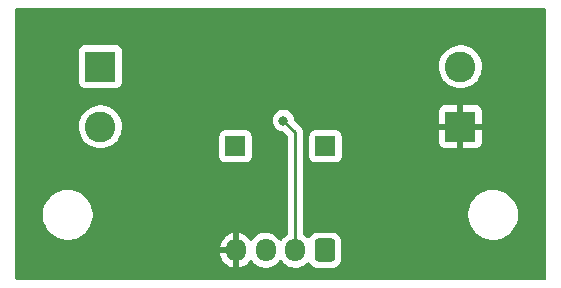
<source format=gbr>
%TF.GenerationSoftware,KiCad,Pcbnew,(6.0.0)*%
%TF.CreationDate,2022-12-15T23:32:01-05:00*%
%TF.ProjectId,FanExpander,46616e45-7870-4616-9e64-65722e6b6963,rev?*%
%TF.SameCoordinates,Original*%
%TF.FileFunction,Copper,L2,Bot*%
%TF.FilePolarity,Positive*%
%FSLAX46Y46*%
G04 Gerber Fmt 4.6, Leading zero omitted, Abs format (unit mm)*
G04 Created by KiCad (PCBNEW (6.0.0)) date 2022-12-15 23:32:01*
%MOMM*%
%LPD*%
G01*
G04 APERTURE LIST*
G04 Aperture macros list*
%AMRoundRect*
0 Rectangle with rounded corners*
0 $1 Rounding radius*
0 $2 $3 $4 $5 $6 $7 $8 $9 X,Y pos of 4 corners*
0 Add a 4 corners polygon primitive as box body*
4,1,4,$2,$3,$4,$5,$6,$7,$8,$9,$2,$3,0*
0 Add four circle primitives for the rounded corners*
1,1,$1+$1,$2,$3*
1,1,$1+$1,$4,$5*
1,1,$1+$1,$6,$7*
1,1,$1+$1,$8,$9*
0 Add four rect primitives between the rounded corners*
20,1,$1+$1,$2,$3,$4,$5,0*
20,1,$1+$1,$4,$5,$6,$7,0*
20,1,$1+$1,$6,$7,$8,$9,0*
20,1,$1+$1,$8,$9,$2,$3,0*%
G04 Aperture macros list end*
%TA.AperFunction,ComponentPad*%
%ADD10R,2.600000X2.600000*%
%TD*%
%TA.AperFunction,ComponentPad*%
%ADD11C,2.600000*%
%TD*%
%TA.AperFunction,ComponentPad*%
%ADD12R,1.700000X1.700000*%
%TD*%
%TA.AperFunction,ComponentPad*%
%ADD13RoundRect,0.250000X0.600000X0.725000X-0.600000X0.725000X-0.600000X-0.725000X0.600000X-0.725000X0*%
%TD*%
%TA.AperFunction,ComponentPad*%
%ADD14O,1.700000X1.950000*%
%TD*%
%TA.AperFunction,ViaPad*%
%ADD15C,0.800000*%
%TD*%
%TA.AperFunction,Conductor*%
%ADD16C,0.250000*%
%TD*%
G04 APERTURE END LIST*
D10*
%TO.P,J3,1,Pin_1*%
%TO.N,GND*%
X115240000Y-102540000D03*
D11*
%TO.P,J3,2,Pin_2*%
%TO.N,/Vfan*%
X115240000Y-97460000D03*
%TD*%
D10*
%TO.P,J2,1,Pin_1*%
%TO.N,/Vfan*%
X84760000Y-97460000D03*
D11*
%TO.P,J2,2,Pin_2*%
%TO.N,FanGround*%
X84760000Y-102540000D03*
%TD*%
D12*
%TO.P,J5,1,Pin_1*%
%TO.N,Net-(C3-Pad2)*%
X103810000Y-104191000D03*
%TD*%
D13*
%TO.P,J1,1,Pin_1*%
%TO.N,+3V3*%
X103750000Y-113000000D03*
D14*
%TO.P,J1,2,Pin_2*%
%TO.N,FanEn*%
X101250000Y-113000000D03*
%TO.P,J1,3,Pin_3*%
%TO.N,~{FAIL} Out*%
X98750000Y-113000000D03*
%TO.P,J1,4,Pin_4*%
%TO.N,GND*%
X96250000Y-113000000D03*
%TD*%
D12*
%TO.P,J4,1,Pin_1*%
%TO.N,Net-(C3-Pad1)*%
X96190000Y-104191000D03*
%TD*%
D15*
%TO.N,GND*%
X100000000Y-100000000D03*
X91110000Y-98095000D03*
X109144000Y-105588000D03*
%TO.N,FanEn*%
X100254000Y-102032000D03*
%TD*%
D16*
%TO.N,FanEn*%
X101250000Y-103000000D02*
X101250000Y-113000000D01*
X100254000Y-102032000D02*
X101250000Y-103028000D01*
%TD*%
%TA.AperFunction,Conductor*%
%TO.N,GND*%
G36*
X122434121Y-92528002D02*
G01*
X122480614Y-92581658D01*
X122492000Y-92634000D01*
X122492000Y-115366000D01*
X122471998Y-115434121D01*
X122418342Y-115480614D01*
X122366000Y-115492000D01*
X77634000Y-115492000D01*
X77565879Y-115471998D01*
X77519386Y-115418342D01*
X77508000Y-115366000D01*
X77508000Y-113270193D01*
X94899410Y-113270193D01*
X94906124Y-113349325D01*
X94907914Y-113359797D01*
X94963130Y-113572535D01*
X94966665Y-113582575D01*
X95056937Y-113782970D01*
X95062106Y-113792256D01*
X95184850Y-113974575D01*
X95191519Y-113982870D01*
X95343228Y-114141900D01*
X95351186Y-114148941D01*
X95527525Y-114280141D01*
X95536562Y-114285745D01*
X95732484Y-114385357D01*
X95742335Y-114389357D01*
X95952240Y-114454534D01*
X95962624Y-114456817D01*
X95978043Y-114458861D01*
X95992207Y-114456665D01*
X95996000Y-114443478D01*
X95996000Y-114441192D01*
X96504000Y-114441192D01*
X96507973Y-114454723D01*
X96518580Y-114456248D01*
X96636421Y-114431523D01*
X96646617Y-114428463D01*
X96851029Y-114347737D01*
X96860561Y-114343006D01*
X97048462Y-114228984D01*
X97057052Y-114222720D01*
X97223052Y-114078673D01*
X97230472Y-114071042D01*
X97369826Y-113901089D01*
X97375848Y-113892326D01*
X97391238Y-113865289D01*
X97442320Y-113815982D01*
X97511951Y-113802120D01*
X97578022Y-113828103D01*
X97605261Y-113857253D01*
X97634773Y-113901089D01*
X97687441Y-113979319D01*
X97691120Y-113983176D01*
X97691122Y-113983178D01*
X97752710Y-114047738D01*
X97846576Y-114146135D01*
X98031542Y-114283754D01*
X98036293Y-114286170D01*
X98036297Y-114286172D01*
X98099481Y-114318296D01*
X98237051Y-114388240D01*
X98242145Y-114389822D01*
X98242148Y-114389823D01*
X98407583Y-114441192D01*
X98457227Y-114456607D01*
X98462516Y-114457308D01*
X98680489Y-114486198D01*
X98680494Y-114486198D01*
X98685774Y-114486898D01*
X98691103Y-114486698D01*
X98691105Y-114486698D01*
X98800966Y-114482573D01*
X98916158Y-114478249D01*
X98938802Y-114473498D01*
X99136572Y-114432002D01*
X99141791Y-114430907D01*
X99146750Y-114428949D01*
X99146752Y-114428948D01*
X99351256Y-114348185D01*
X99351258Y-114348184D01*
X99356221Y-114346224D01*
X99361525Y-114343006D01*
X99548757Y-114229390D01*
X99548756Y-114229390D01*
X99553317Y-114226623D01*
X99593134Y-114192072D01*
X99723412Y-114079023D01*
X99723414Y-114079021D01*
X99727445Y-114075523D01*
X99791048Y-113997954D01*
X99870240Y-113901373D01*
X99870244Y-113901367D01*
X99873624Y-113897245D01*
X99891552Y-113865750D01*
X99942632Y-113816445D01*
X100012262Y-113802583D01*
X100078333Y-113828566D01*
X100105573Y-113857716D01*
X100110983Y-113865752D01*
X100187441Y-113979319D01*
X100191120Y-113983176D01*
X100191122Y-113983178D01*
X100252710Y-114047738D01*
X100346576Y-114146135D01*
X100531542Y-114283754D01*
X100536293Y-114286170D01*
X100536297Y-114286172D01*
X100599481Y-114318296D01*
X100737051Y-114388240D01*
X100742145Y-114389822D01*
X100742148Y-114389823D01*
X100907583Y-114441192D01*
X100957227Y-114456607D01*
X100962516Y-114457308D01*
X101180489Y-114486198D01*
X101180494Y-114486198D01*
X101185774Y-114486898D01*
X101191103Y-114486698D01*
X101191105Y-114486698D01*
X101300966Y-114482573D01*
X101416158Y-114478249D01*
X101438802Y-114473498D01*
X101636572Y-114432002D01*
X101641791Y-114430907D01*
X101646750Y-114428949D01*
X101646752Y-114428948D01*
X101851256Y-114348185D01*
X101851258Y-114348184D01*
X101856221Y-114346224D01*
X101861525Y-114343006D01*
X102048757Y-114229390D01*
X102048756Y-114229390D01*
X102053317Y-114226623D01*
X102093134Y-114192072D01*
X102223412Y-114079023D01*
X102223414Y-114079021D01*
X102227445Y-114075523D01*
X102256670Y-114039880D01*
X102315329Y-113999886D01*
X102386299Y-113997954D01*
X102447048Y-114034698D01*
X102461248Y-114053468D01*
X102477062Y-114079023D01*
X102551522Y-114199348D01*
X102676697Y-114324305D01*
X102682927Y-114328145D01*
X102682928Y-114328146D01*
X102820090Y-114412694D01*
X102827262Y-114417115D01*
X102862938Y-114428948D01*
X102988611Y-114470632D01*
X102988613Y-114470632D01*
X102995139Y-114472797D01*
X103001975Y-114473497D01*
X103001978Y-114473498D01*
X103037663Y-114477154D01*
X103099600Y-114483500D01*
X104400400Y-114483500D01*
X104403646Y-114483163D01*
X104403650Y-114483163D01*
X104499308Y-114473238D01*
X104499312Y-114473237D01*
X104506166Y-114472526D01*
X104512702Y-114470345D01*
X104512704Y-114470345D01*
X104644806Y-114426272D01*
X104673946Y-114416550D01*
X104824348Y-114323478D01*
X104949305Y-114198303D01*
X104981462Y-114146135D01*
X105038275Y-114053968D01*
X105038276Y-114053966D01*
X105042115Y-114047738D01*
X105092031Y-113897245D01*
X105095632Y-113886389D01*
X105095632Y-113886387D01*
X105097797Y-113879861D01*
X105100114Y-113857253D01*
X105103100Y-113828103D01*
X105108500Y-113775400D01*
X105108500Y-112224600D01*
X105104292Y-112184041D01*
X105098238Y-112125692D01*
X105098237Y-112125688D01*
X105097526Y-112118834D01*
X105094079Y-112108500D01*
X105043868Y-111958002D01*
X105041550Y-111951054D01*
X104948478Y-111800652D01*
X104823303Y-111675695D01*
X104792965Y-111656994D01*
X104678968Y-111586725D01*
X104678966Y-111586724D01*
X104672738Y-111582885D01*
X104559353Y-111545277D01*
X104511389Y-111529368D01*
X104511387Y-111529368D01*
X104504861Y-111527203D01*
X104498025Y-111526503D01*
X104498022Y-111526502D01*
X104454969Y-111522091D01*
X104400400Y-111516500D01*
X103099600Y-111516500D01*
X103096354Y-111516837D01*
X103096350Y-111516837D01*
X103000692Y-111526762D01*
X103000688Y-111526763D01*
X102993834Y-111527474D01*
X102987298Y-111529655D01*
X102987296Y-111529655D01*
X102855194Y-111573728D01*
X102826054Y-111583450D01*
X102675652Y-111676522D01*
X102550695Y-111801697D01*
X102546855Y-111807927D01*
X102546854Y-111807928D01*
X102524843Y-111843637D01*
X102470260Y-111932187D01*
X102460920Y-111947339D01*
X102408148Y-111994832D01*
X102338076Y-112006256D01*
X102272952Y-111977982D01*
X102262490Y-111968195D01*
X102157103Y-111857722D01*
X102153424Y-111853865D01*
X101968458Y-111716246D01*
X101963706Y-111713830D01*
X101963698Y-111713825D01*
X101952394Y-111708078D01*
X101900737Y-111659375D01*
X101883500Y-111595762D01*
X101883500Y-110132703D01*
X115890743Y-110132703D01*
X115928268Y-110417734D01*
X116004129Y-110695036D01*
X116116923Y-110959476D01*
X116264561Y-111206161D01*
X116444313Y-111430528D01*
X116461397Y-111446740D01*
X116634115Y-111610643D01*
X116652851Y-111628423D01*
X116886317Y-111796186D01*
X116890112Y-111798195D01*
X116890113Y-111798196D01*
X116908494Y-111807928D01*
X117140392Y-111930712D01*
X117242819Y-111968195D01*
X117375699Y-112016822D01*
X117410373Y-112029511D01*
X117691264Y-112090755D01*
X117719841Y-112093004D01*
X117914282Y-112108307D01*
X117914291Y-112108307D01*
X117916739Y-112108500D01*
X118072271Y-112108500D01*
X118074407Y-112108354D01*
X118074418Y-112108354D01*
X118282548Y-112094165D01*
X118282554Y-112094164D01*
X118286825Y-112093873D01*
X118291020Y-112093004D01*
X118291022Y-112093004D01*
X118427584Y-112064723D01*
X118568342Y-112035574D01*
X118839343Y-111939607D01*
X119094812Y-111807750D01*
X119098313Y-111805289D01*
X119098317Y-111805287D01*
X119227842Y-111714255D01*
X119330023Y-111642441D01*
X119465189Y-111516837D01*
X119537479Y-111449661D01*
X119537481Y-111449658D01*
X119540622Y-111446740D01*
X119722713Y-111224268D01*
X119872927Y-110979142D01*
X119988483Y-110715898D01*
X120067244Y-110439406D01*
X120107751Y-110154784D01*
X120107845Y-110136951D01*
X120109235Y-109871583D01*
X120109235Y-109871576D01*
X120109257Y-109867297D01*
X120071732Y-109582266D01*
X119995871Y-109304964D01*
X119883077Y-109040524D01*
X119735439Y-108793839D01*
X119555687Y-108569472D01*
X119347149Y-108371577D01*
X119113683Y-108203814D01*
X119091843Y-108192250D01*
X119068654Y-108179972D01*
X118859608Y-108069288D01*
X118589627Y-107970489D01*
X118308736Y-107909245D01*
X118277685Y-107906801D01*
X118085718Y-107891693D01*
X118085709Y-107891693D01*
X118083261Y-107891500D01*
X117927729Y-107891500D01*
X117925593Y-107891646D01*
X117925582Y-107891646D01*
X117717452Y-107905835D01*
X117717446Y-107905836D01*
X117713175Y-107906127D01*
X117708980Y-107906996D01*
X117708978Y-107906996D01*
X117572417Y-107935276D01*
X117431658Y-107964426D01*
X117160657Y-108060393D01*
X116905188Y-108192250D01*
X116901687Y-108194711D01*
X116901683Y-108194713D01*
X116891594Y-108201804D01*
X116669977Y-108357559D01*
X116459378Y-108553260D01*
X116277287Y-108775732D01*
X116127073Y-109020858D01*
X116011517Y-109284102D01*
X115932756Y-109560594D01*
X115892249Y-109845216D01*
X115892227Y-109849505D01*
X115892226Y-109849512D01*
X115890765Y-110128417D01*
X115890743Y-110132703D01*
X101883500Y-110132703D01*
X101883500Y-105089134D01*
X102451500Y-105089134D01*
X102458255Y-105151316D01*
X102509385Y-105287705D01*
X102596739Y-105404261D01*
X102713295Y-105491615D01*
X102849684Y-105542745D01*
X102911866Y-105549500D01*
X104708134Y-105549500D01*
X104770316Y-105542745D01*
X104906705Y-105491615D01*
X105023261Y-105404261D01*
X105110615Y-105287705D01*
X105161745Y-105151316D01*
X105168500Y-105089134D01*
X105168500Y-103884669D01*
X113432001Y-103884669D01*
X113432371Y-103891490D01*
X113437895Y-103942352D01*
X113441521Y-103957604D01*
X113486676Y-104078054D01*
X113495214Y-104093649D01*
X113571715Y-104195724D01*
X113584276Y-104208285D01*
X113686351Y-104284786D01*
X113701946Y-104293324D01*
X113822394Y-104338478D01*
X113837649Y-104342105D01*
X113888514Y-104347631D01*
X113895328Y-104348000D01*
X114967885Y-104348000D01*
X114983124Y-104343525D01*
X114984329Y-104342135D01*
X114986000Y-104334452D01*
X114986000Y-104329884D01*
X115494000Y-104329884D01*
X115498475Y-104345123D01*
X115499865Y-104346328D01*
X115507548Y-104347999D01*
X116584669Y-104347999D01*
X116591490Y-104347629D01*
X116642352Y-104342105D01*
X116657604Y-104338479D01*
X116778054Y-104293324D01*
X116793649Y-104284786D01*
X116895724Y-104208285D01*
X116908285Y-104195724D01*
X116984786Y-104093649D01*
X116993324Y-104078054D01*
X117038478Y-103957606D01*
X117042105Y-103942351D01*
X117047631Y-103891486D01*
X117048000Y-103884672D01*
X117048000Y-102812115D01*
X117043525Y-102796876D01*
X117042135Y-102795671D01*
X117034452Y-102794000D01*
X115512115Y-102794000D01*
X115496876Y-102798475D01*
X115495671Y-102799865D01*
X115494000Y-102807548D01*
X115494000Y-104329884D01*
X114986000Y-104329884D01*
X114986000Y-102812115D01*
X114981525Y-102796876D01*
X114980135Y-102795671D01*
X114972452Y-102794000D01*
X113450116Y-102794000D01*
X113434877Y-102798475D01*
X113433672Y-102799865D01*
X113432001Y-102807548D01*
X113432001Y-103884669D01*
X105168500Y-103884669D01*
X105168500Y-103292866D01*
X105161745Y-103230684D01*
X105110615Y-103094295D01*
X105023261Y-102977739D01*
X104906705Y-102890385D01*
X104770316Y-102839255D01*
X104708134Y-102832500D01*
X102911866Y-102832500D01*
X102849684Y-102839255D01*
X102713295Y-102890385D01*
X102596739Y-102977739D01*
X102509385Y-103094295D01*
X102458255Y-103230684D01*
X102451500Y-103292866D01*
X102451500Y-105089134D01*
X101883500Y-105089134D01*
X101883500Y-103106768D01*
X101884027Y-103095585D01*
X101885702Y-103088092D01*
X101883562Y-103020001D01*
X101883500Y-103016044D01*
X101883500Y-102960144D01*
X101881821Y-102946859D01*
X101881017Y-102936626D01*
X101880923Y-102936031D01*
X101880674Y-102928111D01*
X101878553Y-102920811D01*
X101878358Y-102919439D01*
X101874289Y-102887233D01*
X101868474Y-102841203D01*
X101865175Y-102832869D01*
X101818407Y-102714749D01*
X101809552Y-102692383D01*
X101715472Y-102562893D01*
X101592144Y-102460867D01*
X101584972Y-102457492D01*
X101578281Y-102453246D01*
X101578666Y-102452640D01*
X101551335Y-102433431D01*
X101385789Y-102267885D01*
X113432000Y-102267885D01*
X113436475Y-102283124D01*
X113437865Y-102284329D01*
X113445548Y-102286000D01*
X114967885Y-102286000D01*
X114983124Y-102281525D01*
X114984329Y-102280135D01*
X114986000Y-102272452D01*
X114986000Y-102267885D01*
X115494000Y-102267885D01*
X115498475Y-102283124D01*
X115499865Y-102284329D01*
X115507548Y-102286000D01*
X117029884Y-102286000D01*
X117045123Y-102281525D01*
X117046328Y-102280135D01*
X117047999Y-102272452D01*
X117047999Y-101195331D01*
X117047629Y-101188510D01*
X117042105Y-101137648D01*
X117038479Y-101122396D01*
X116993324Y-101001946D01*
X116984786Y-100986351D01*
X116908285Y-100884276D01*
X116895724Y-100871715D01*
X116793649Y-100795214D01*
X116778054Y-100786676D01*
X116657606Y-100741522D01*
X116642351Y-100737895D01*
X116591486Y-100732369D01*
X116584672Y-100732000D01*
X115512115Y-100732000D01*
X115496876Y-100736475D01*
X115495671Y-100737865D01*
X115494000Y-100745548D01*
X115494000Y-102267885D01*
X114986000Y-102267885D01*
X114986000Y-100750116D01*
X114981525Y-100734877D01*
X114980135Y-100733672D01*
X114972452Y-100732001D01*
X113895331Y-100732001D01*
X113888510Y-100732371D01*
X113837648Y-100737895D01*
X113822396Y-100741521D01*
X113701946Y-100786676D01*
X113686351Y-100795214D01*
X113584276Y-100871715D01*
X113571715Y-100884276D01*
X113495214Y-100986351D01*
X113486676Y-101001946D01*
X113441522Y-101122394D01*
X113437895Y-101137649D01*
X113432369Y-101188514D01*
X113432000Y-101195328D01*
X113432000Y-102267885D01*
X101385789Y-102267885D01*
X101201122Y-102083218D01*
X101167096Y-102020906D01*
X101164907Y-102007293D01*
X101160891Y-101969077D01*
X101147542Y-101842072D01*
X101088527Y-101660444D01*
X100993040Y-101495056D01*
X100865253Y-101353134D01*
X100710752Y-101240882D01*
X100704724Y-101238198D01*
X100704722Y-101238197D01*
X100542319Y-101165891D01*
X100542318Y-101165891D01*
X100536288Y-101163206D01*
X100442888Y-101143353D01*
X100355944Y-101124872D01*
X100355939Y-101124872D01*
X100349487Y-101123500D01*
X100158513Y-101123500D01*
X100152061Y-101124872D01*
X100152056Y-101124872D01*
X100065112Y-101143353D01*
X99971712Y-101163206D01*
X99965682Y-101165891D01*
X99965681Y-101165891D01*
X99803278Y-101238197D01*
X99803276Y-101238198D01*
X99797248Y-101240882D01*
X99642747Y-101353134D01*
X99514960Y-101495056D01*
X99419473Y-101660444D01*
X99360458Y-101842072D01*
X99340496Y-102032000D01*
X99360458Y-102221928D01*
X99419473Y-102403556D01*
X99514960Y-102568944D01*
X99519378Y-102573851D01*
X99519379Y-102573852D01*
X99626105Y-102692383D01*
X99642747Y-102710866D01*
X99718087Y-102765604D01*
X99759471Y-102795671D01*
X99797248Y-102823118D01*
X99803276Y-102825802D01*
X99803278Y-102825803D01*
X99960430Y-102895771D01*
X99971712Y-102900794D01*
X100059429Y-102919439D01*
X100152056Y-102939128D01*
X100152061Y-102939128D01*
X100158513Y-102940500D01*
X100214406Y-102940500D01*
X100282527Y-102960502D01*
X100303501Y-102977405D01*
X100579595Y-103253499D01*
X100613621Y-103315811D01*
X100616500Y-103342594D01*
X100616500Y-111599404D01*
X100596498Y-111667525D01*
X100555867Y-111707122D01*
X100446683Y-111773377D01*
X100442653Y-111776874D01*
X100349484Y-111857722D01*
X100272555Y-111924477D01*
X100253809Y-111947339D01*
X100129760Y-112098627D01*
X100129756Y-112098633D01*
X100126376Y-112102755D01*
X100108448Y-112134250D01*
X100057368Y-112183555D01*
X99987738Y-112197417D01*
X99921667Y-112171434D01*
X99894427Y-112142284D01*
X99867814Y-112102755D01*
X99812559Y-112020681D01*
X99653424Y-111853865D01*
X99468458Y-111716246D01*
X99463707Y-111713830D01*
X99463703Y-111713828D01*
X99345588Y-111653776D01*
X99262949Y-111611760D01*
X99257855Y-111610178D01*
X99257852Y-111610177D01*
X99047871Y-111544976D01*
X99042773Y-111543393D01*
X99037484Y-111542692D01*
X98819511Y-111513802D01*
X98819506Y-111513802D01*
X98814226Y-111513102D01*
X98808897Y-111513302D01*
X98808895Y-111513302D01*
X98699034Y-111517427D01*
X98583842Y-111521751D01*
X98578623Y-111522846D01*
X98556566Y-111527474D01*
X98358209Y-111569093D01*
X98353250Y-111571051D01*
X98353248Y-111571052D01*
X98148744Y-111651815D01*
X98148742Y-111651816D01*
X98143779Y-111653776D01*
X98139220Y-111656543D01*
X98139217Y-111656544D01*
X98044113Y-111714255D01*
X97946683Y-111773377D01*
X97942653Y-111776874D01*
X97849484Y-111857722D01*
X97772555Y-111924477D01*
X97753809Y-111947339D01*
X97629760Y-112098627D01*
X97629756Y-112098633D01*
X97626376Y-112102755D01*
X97623738Y-112107390D01*
X97623733Y-112107398D01*
X97608171Y-112134735D01*
X97557088Y-112184041D01*
X97487458Y-112197902D01*
X97421387Y-112171918D01*
X97394149Y-112142768D01*
X97315148Y-112025422D01*
X97308481Y-112017130D01*
X97156772Y-111858100D01*
X97148814Y-111851059D01*
X96972475Y-111719859D01*
X96963438Y-111714255D01*
X96767516Y-111614643D01*
X96757665Y-111610643D01*
X96547760Y-111545466D01*
X96537376Y-111543183D01*
X96521957Y-111541139D01*
X96507793Y-111543335D01*
X96504000Y-111556522D01*
X96504000Y-114441192D01*
X95996000Y-114441192D01*
X95996000Y-113272115D01*
X95991525Y-113256876D01*
X95990135Y-113255671D01*
X95982452Y-113254000D01*
X94916151Y-113254000D01*
X94901473Y-113258310D01*
X94899410Y-113270193D01*
X77508000Y-113270193D01*
X77508000Y-112728174D01*
X94896496Y-112728174D01*
X94897915Y-112741414D01*
X94912550Y-112746000D01*
X95977885Y-112746000D01*
X95993124Y-112741525D01*
X95994329Y-112740135D01*
X95996000Y-112732452D01*
X95996000Y-111558808D01*
X95992027Y-111545277D01*
X95981420Y-111543752D01*
X95863579Y-111568477D01*
X95853383Y-111571537D01*
X95648971Y-111652263D01*
X95639439Y-111656994D01*
X95451538Y-111771016D01*
X95442948Y-111777280D01*
X95276948Y-111921327D01*
X95269528Y-111928958D01*
X95130174Y-112098911D01*
X95124150Y-112107678D01*
X95015424Y-112298682D01*
X95010959Y-112308346D01*
X94935969Y-112514941D01*
X94933198Y-112525208D01*
X94896496Y-112728174D01*
X77508000Y-112728174D01*
X77508000Y-110132703D01*
X79890743Y-110132703D01*
X79928268Y-110417734D01*
X80004129Y-110695036D01*
X80116923Y-110959476D01*
X80264561Y-111206161D01*
X80444313Y-111430528D01*
X80461397Y-111446740D01*
X80634115Y-111610643D01*
X80652851Y-111628423D01*
X80886317Y-111796186D01*
X80890112Y-111798195D01*
X80890113Y-111798196D01*
X80908494Y-111807928D01*
X81140392Y-111930712D01*
X81242819Y-111968195D01*
X81375699Y-112016822D01*
X81410373Y-112029511D01*
X81691264Y-112090755D01*
X81719841Y-112093004D01*
X81914282Y-112108307D01*
X81914291Y-112108307D01*
X81916739Y-112108500D01*
X82072271Y-112108500D01*
X82074407Y-112108354D01*
X82074418Y-112108354D01*
X82282548Y-112094165D01*
X82282554Y-112094164D01*
X82286825Y-112093873D01*
X82291020Y-112093004D01*
X82291022Y-112093004D01*
X82427584Y-112064723D01*
X82568342Y-112035574D01*
X82839343Y-111939607D01*
X83094812Y-111807750D01*
X83098313Y-111805289D01*
X83098317Y-111805287D01*
X83227842Y-111714255D01*
X83330023Y-111642441D01*
X83465189Y-111516837D01*
X83537479Y-111449661D01*
X83537481Y-111449658D01*
X83540622Y-111446740D01*
X83722713Y-111224268D01*
X83872927Y-110979142D01*
X83988483Y-110715898D01*
X84067244Y-110439406D01*
X84107751Y-110154784D01*
X84107845Y-110136951D01*
X84109235Y-109871583D01*
X84109235Y-109871576D01*
X84109257Y-109867297D01*
X84071732Y-109582266D01*
X83995871Y-109304964D01*
X83883077Y-109040524D01*
X83735439Y-108793839D01*
X83555687Y-108569472D01*
X83347149Y-108371577D01*
X83113683Y-108203814D01*
X83091843Y-108192250D01*
X83068654Y-108179972D01*
X82859608Y-108069288D01*
X82589627Y-107970489D01*
X82308736Y-107909245D01*
X82277685Y-107906801D01*
X82085718Y-107891693D01*
X82085709Y-107891693D01*
X82083261Y-107891500D01*
X81927729Y-107891500D01*
X81925593Y-107891646D01*
X81925582Y-107891646D01*
X81717452Y-107905835D01*
X81717446Y-107905836D01*
X81713175Y-107906127D01*
X81708980Y-107906996D01*
X81708978Y-107906996D01*
X81572417Y-107935276D01*
X81431658Y-107964426D01*
X81160657Y-108060393D01*
X80905188Y-108192250D01*
X80901687Y-108194711D01*
X80901683Y-108194713D01*
X80891594Y-108201804D01*
X80669977Y-108357559D01*
X80459378Y-108553260D01*
X80277287Y-108775732D01*
X80127073Y-109020858D01*
X80011517Y-109284102D01*
X79932756Y-109560594D01*
X79892249Y-109845216D01*
X79892227Y-109849505D01*
X79892226Y-109849512D01*
X79890765Y-110128417D01*
X79890743Y-110132703D01*
X77508000Y-110132703D01*
X77508000Y-105089134D01*
X94831500Y-105089134D01*
X94838255Y-105151316D01*
X94889385Y-105287705D01*
X94976739Y-105404261D01*
X95093295Y-105491615D01*
X95229684Y-105542745D01*
X95291866Y-105549500D01*
X97088134Y-105549500D01*
X97150316Y-105542745D01*
X97286705Y-105491615D01*
X97403261Y-105404261D01*
X97490615Y-105287705D01*
X97541745Y-105151316D01*
X97548500Y-105089134D01*
X97548500Y-103292866D01*
X97541745Y-103230684D01*
X97490615Y-103094295D01*
X97403261Y-102977739D01*
X97286705Y-102890385D01*
X97150316Y-102839255D01*
X97088134Y-102832500D01*
X95291866Y-102832500D01*
X95229684Y-102839255D01*
X95093295Y-102890385D01*
X94976739Y-102977739D01*
X94889385Y-103094295D01*
X94838255Y-103230684D01*
X94831500Y-103292866D01*
X94831500Y-105089134D01*
X77508000Y-105089134D01*
X77508000Y-102492526D01*
X82947050Y-102492526D01*
X82959947Y-102761019D01*
X83012388Y-103024656D01*
X83103220Y-103277646D01*
X83230450Y-103514431D01*
X83233241Y-103518168D01*
X83233245Y-103518175D01*
X83314887Y-103627506D01*
X83391281Y-103729810D01*
X83394590Y-103733090D01*
X83394595Y-103733096D01*
X83554374Y-103891486D01*
X83582180Y-103919050D01*
X83585942Y-103921808D01*
X83585945Y-103921811D01*
X83698299Y-104004192D01*
X83798954Y-104077995D01*
X83803089Y-104080171D01*
X83803093Y-104080173D01*
X84022718Y-104195724D01*
X84036840Y-104203154D01*
X84290613Y-104291775D01*
X84295206Y-104292647D01*
X84550109Y-104341042D01*
X84550112Y-104341042D01*
X84554698Y-104341913D01*
X84682370Y-104346929D01*
X84818625Y-104352283D01*
X84818630Y-104352283D01*
X84823293Y-104352466D01*
X84927607Y-104341042D01*
X85085844Y-104323713D01*
X85085850Y-104323712D01*
X85090497Y-104323203D01*
X85203985Y-104293324D01*
X85345918Y-104255956D01*
X85345920Y-104255955D01*
X85350441Y-104254765D01*
X85458626Y-104208285D01*
X85593120Y-104150502D01*
X85593122Y-104150501D01*
X85597414Y-104148657D01*
X85716071Y-104075230D01*
X85822017Y-104009669D01*
X85822021Y-104009666D01*
X85825990Y-104007210D01*
X86031149Y-103833530D01*
X86208382Y-103631434D01*
X86353797Y-103405361D01*
X86464199Y-103160278D01*
X86501209Y-103029051D01*
X86535893Y-102906072D01*
X86535894Y-102906069D01*
X86537163Y-102901568D01*
X86555043Y-102761019D01*
X86570688Y-102638045D01*
X86570688Y-102638041D01*
X86571086Y-102634915D01*
X86573571Y-102540000D01*
X86553650Y-102271937D01*
X86543047Y-102225077D01*
X86495361Y-102014331D01*
X86495360Y-102014326D01*
X86494327Y-102009763D01*
X86396902Y-101759238D01*
X86263518Y-101525864D01*
X86097105Y-101314769D01*
X85901317Y-101130591D01*
X85715877Y-101001946D01*
X85684299Y-100980039D01*
X85684296Y-100980037D01*
X85680457Y-100977374D01*
X85676264Y-100975306D01*
X85443564Y-100860551D01*
X85443561Y-100860550D01*
X85439376Y-100858486D01*
X85391745Y-100843239D01*
X85337621Y-100825914D01*
X85183370Y-100776538D01*
X85178763Y-100775788D01*
X85178760Y-100775787D01*
X84922674Y-100734081D01*
X84922675Y-100734081D01*
X84918063Y-100733330D01*
X84787719Y-100731624D01*
X84653961Y-100729873D01*
X84653958Y-100729873D01*
X84649284Y-100729812D01*
X84382937Y-100766060D01*
X84124874Y-100841278D01*
X83880763Y-100953815D01*
X83876854Y-100956378D01*
X83659881Y-101098631D01*
X83659876Y-101098635D01*
X83655968Y-101101197D01*
X83626024Y-101127923D01*
X83499465Y-101240882D01*
X83455426Y-101280188D01*
X83283544Y-101486854D01*
X83144096Y-101716656D01*
X83142287Y-101720970D01*
X83142285Y-101720974D01*
X83091505Y-101842072D01*
X83040148Y-101964545D01*
X82973981Y-102225077D01*
X82947050Y-102492526D01*
X77508000Y-102492526D01*
X77508000Y-98808134D01*
X82951500Y-98808134D01*
X82958255Y-98870316D01*
X83009385Y-99006705D01*
X83096739Y-99123261D01*
X83213295Y-99210615D01*
X83349684Y-99261745D01*
X83411866Y-99268500D01*
X86108134Y-99268500D01*
X86170316Y-99261745D01*
X86306705Y-99210615D01*
X86423261Y-99123261D01*
X86510615Y-99006705D01*
X86561745Y-98870316D01*
X86568500Y-98808134D01*
X86568500Y-97412526D01*
X113427050Y-97412526D01*
X113439947Y-97681019D01*
X113492388Y-97944656D01*
X113583220Y-98197646D01*
X113710450Y-98434431D01*
X113713241Y-98438168D01*
X113713245Y-98438175D01*
X113794887Y-98547506D01*
X113871281Y-98649810D01*
X113874590Y-98653090D01*
X113874595Y-98653096D01*
X114058863Y-98835762D01*
X114062180Y-98839050D01*
X114065942Y-98841808D01*
X114065945Y-98841811D01*
X114114912Y-98877715D01*
X114278954Y-98997995D01*
X114283089Y-99000171D01*
X114283093Y-99000173D01*
X114512698Y-99120975D01*
X114516840Y-99123154D01*
X114770613Y-99211775D01*
X114775206Y-99212647D01*
X115030109Y-99261042D01*
X115030112Y-99261042D01*
X115034698Y-99261913D01*
X115162370Y-99266929D01*
X115298625Y-99272283D01*
X115298630Y-99272283D01*
X115303293Y-99272466D01*
X115407607Y-99261042D01*
X115565844Y-99243713D01*
X115565850Y-99243712D01*
X115570497Y-99243203D01*
X115682302Y-99213767D01*
X115825918Y-99175956D01*
X115825920Y-99175955D01*
X115830441Y-99174765D01*
X115937795Y-99128642D01*
X116073120Y-99070502D01*
X116073122Y-99070501D01*
X116077414Y-99068657D01*
X116196071Y-98995230D01*
X116302017Y-98929669D01*
X116302021Y-98929666D01*
X116305990Y-98927210D01*
X116511149Y-98753530D01*
X116688382Y-98551434D01*
X116833797Y-98325361D01*
X116944199Y-98080278D01*
X116981209Y-97949051D01*
X117015893Y-97826072D01*
X117015894Y-97826069D01*
X117017163Y-97821568D01*
X117035043Y-97681019D01*
X117050688Y-97558045D01*
X117050688Y-97558041D01*
X117051086Y-97554915D01*
X117053571Y-97460000D01*
X117033650Y-97191937D01*
X116974327Y-96929763D01*
X116876902Y-96679238D01*
X116743518Y-96445864D01*
X116577105Y-96234769D01*
X116381317Y-96050591D01*
X116183407Y-95913295D01*
X116164299Y-95900039D01*
X116164296Y-95900037D01*
X116160457Y-95897374D01*
X116156264Y-95895306D01*
X115923564Y-95780551D01*
X115923561Y-95780550D01*
X115919376Y-95778486D01*
X115871745Y-95763239D01*
X115693657Y-95706233D01*
X115663370Y-95696538D01*
X115658763Y-95695788D01*
X115658760Y-95695787D01*
X115445337Y-95661029D01*
X115398063Y-95653330D01*
X115267719Y-95651624D01*
X115133961Y-95649873D01*
X115133958Y-95649873D01*
X115129284Y-95649812D01*
X114862937Y-95686060D01*
X114604874Y-95761278D01*
X114360763Y-95873815D01*
X114356854Y-95876378D01*
X114139881Y-96018631D01*
X114139876Y-96018635D01*
X114135968Y-96021197D01*
X113935426Y-96200188D01*
X113763544Y-96406854D01*
X113624096Y-96636656D01*
X113520148Y-96884545D01*
X113453981Y-97145077D01*
X113427050Y-97412526D01*
X86568500Y-97412526D01*
X86568500Y-96111866D01*
X86561745Y-96049684D01*
X86510615Y-95913295D01*
X86423261Y-95796739D01*
X86306705Y-95709385D01*
X86170316Y-95658255D01*
X86108134Y-95651500D01*
X83411866Y-95651500D01*
X83349684Y-95658255D01*
X83213295Y-95709385D01*
X83096739Y-95796739D01*
X83009385Y-95913295D01*
X82958255Y-96049684D01*
X82951500Y-96111866D01*
X82951500Y-98808134D01*
X77508000Y-98808134D01*
X77508000Y-92634000D01*
X77528002Y-92565879D01*
X77581658Y-92519386D01*
X77634000Y-92508000D01*
X122366000Y-92508000D01*
X122434121Y-92528002D01*
G37*
%TD.AperFunction*%
%TD*%
M02*

</source>
